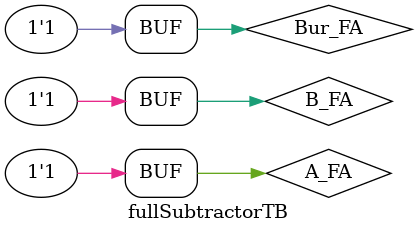
<source format=v>
/*

*/

module fullSubtractorTB;

reg A_FA, B_FA, Bur_FA;
wire DIFF_FA, BURROW_FA;

// Module Instantiation
fullSubtractor dut(
				.a_fa(A_FA), 
				.b_fa(B_FA), 
				.bur_fa(Bur_FA),
				
				.difference_fa(DIFF_FA), 
				.burrow_fa(BURROW_FA)
			  );
				
// Stimulus
		// Initializing Values 
		
		initial
			begin
		
					 A_FA = 1'b0; B_FA = 1'b0; Bur_FA = 1'b0;
				
				#100 A_FA = 1'b0; B_FA = 1'b0; Bur_FA = 1'b1;
				#100 A_FA = 1'b0; B_FA = 1'b1; Bur_FA = 1'b0;
				#100 A_FA = 1'b0; B_FA = 1'b1; Bur_FA = 1'b1;
				#100 A_FA = 1'b1; B_FA = 1'b0; Bur_FA = 1'b0;
				#100 A_FA = 1'b1; B_FA = 1'b0; Bur_FA = 1'b1;
				#100 A_FA = 1'b1; B_FA = 1'b1; Bur_FA = 1'b0;
				#100 A_FA = 1'b1; B_FA = 1'b1; Bur_FA = 1'b1;
			end
endmodule
</source>
